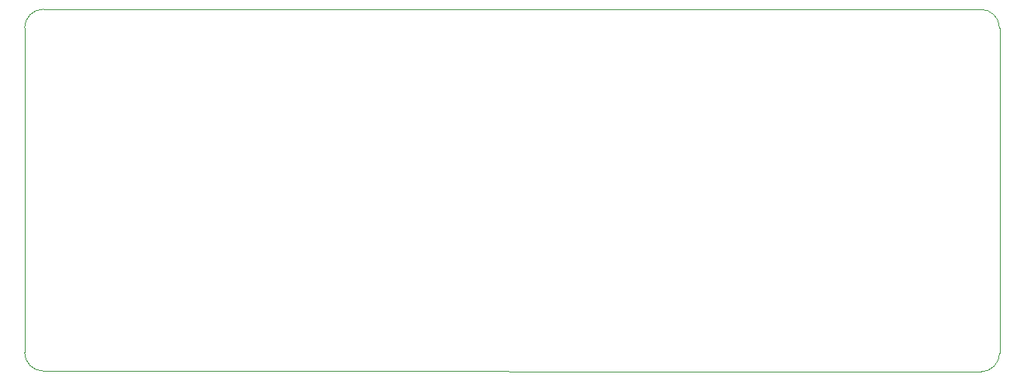
<source format=gbr>
%TF.GenerationSoftware,KiCad,Pcbnew,7.0.5*%
%TF.CreationDate,2023-12-02T12:19:24+05:30*%
%TF.ProjectId,GameBoy-Arduino,47616d65-426f-4792-9d41-726475696e6f,rev?*%
%TF.SameCoordinates,Original*%
%TF.FileFunction,Profile,NP*%
%FSLAX46Y46*%
G04 Gerber Fmt 4.6, Leading zero omitted, Abs format (unit mm)*
G04 Created by KiCad (PCBNEW 7.0.5) date 2023-12-02 12:19:24*
%MOMM*%
%LPD*%
G01*
G04 APERTURE LIST*
%TA.AperFunction,Profile*%
%ADD10C,0.050000*%
%TD*%
G04 APERTURE END LIST*
D10*
X70975000Y-90025000D02*
X70975000Y-92950000D01*
X177300000Y-57550000D02*
G75*
G03*
X175275000Y-55525000I-2025000J0D01*
G01*
X70975000Y-92950000D02*
G75*
G03*
X73000000Y-94975000I2025000J0D01*
G01*
X175275000Y-95050000D02*
X73000000Y-94975000D01*
X175275000Y-95050000D02*
G75*
G03*
X177300000Y-93025000I0J2025000D01*
G01*
X73000000Y-55500000D02*
G75*
G03*
X70975000Y-57525000I0J-2025000D01*
G01*
X177300000Y-57550000D02*
X177300000Y-59775000D01*
X73000000Y-55500000D02*
X175275000Y-55525000D01*
X70975000Y-90025000D02*
X70975000Y-61025000D01*
X177300000Y-59775000D02*
X177300000Y-93025000D01*
X70975000Y-61025000D02*
X70975000Y-57525000D01*
M02*

</source>
